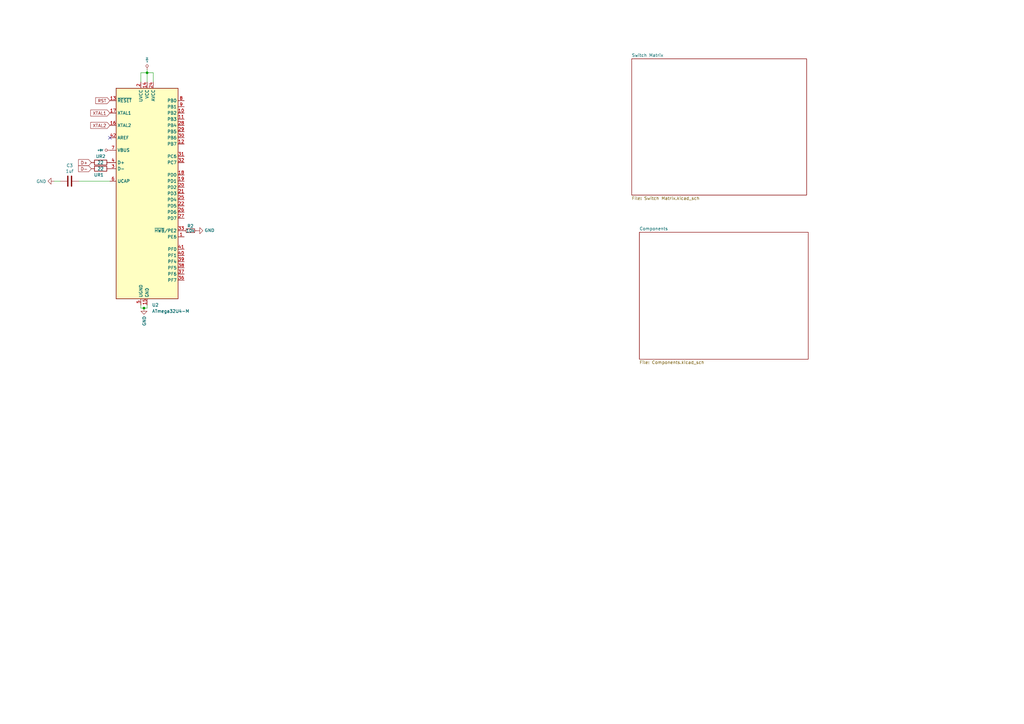
<source format=kicad_sch>
(kicad_sch (version 20211123) (generator eeschema)
  (paper "A3")
  (lib_symbols
    (symbol "MCU_Microchip_ATmega:ATmega32U4-M"
      (property "Reference" "U" (at -12.7 44.45 0))
      (property "Value" "ATmega32U4-M" (at 2.54 -44.45 0))
      (symbol "ATmega32U4-M_0_1"
        (rectangle (start -12.7 -43.18) (end 12.7 43.18) (stroke (width 0.254)) (fill (type background)))
      )
      (symbol "ATmega32U4-M_1_1"
        (pin bidirectional line (at 15.24 -17.78 180) (length 2.54) (name "PE6") (number "1"))
        (pin bidirectional line (at 15.24 33.02 180) (length 2.54) (name "PB2") (number "10"))
        (pin bidirectional line (at 15.24 30.48 180) (length 2.54) (name "PB3") (number "11"))
        (pin bidirectional line (at 15.24 20.32 180) (length 2.54) (name "PB7") (number "12"))
        (pin input line (at -15.24 38.1 0) (length 2.54) (name "~{RESET}") (number "13"))
        (pin power_in line (at 0 45.72 270) (length 2.54) (name "VCC") (number "14"))
        (pin power_in line (at 0 -45.72 90) (length 2.54) (name "GND") (number "15"))
        (pin output line (at -15.24 27.94 0) (length 2.54) (name "XTAL2") (number "16"))
        (pin input line (at -15.24 33.02 0) (length 2.54) (name "XTAL1") (number "17"))
        (pin bidirectional line (at 15.24 7.62 180) (length 2.54) (name "PD0") (number "18"))
        (pin bidirectional line (at 15.24 5.08 180) (length 2.54) (name "PD1") (number "19"))
        (pin power_in line (at -2.54 45.72 270) (length 2.54) (name "UVCC") (number "2"))
        (pin bidirectional line (at 15.24 2.54 180) (length 2.54) (name "PD2") (number "20"))
        (pin bidirectional line (at 15.24 0 180) (length 2.54) (name "PD3") (number "21"))
        (pin bidirectional line (at 15.24 -5.08 180) (length 2.54) (name "PD5") (number "22"))
        (pin passive line (at 0 -45.72 90) (length 2.54) hide (name "GND") (number "23"))
        (pin power_in line (at 2.54 45.72 270) (length 2.54) (name "AVCC") (number "24"))
        (pin bidirectional line (at 15.24 -2.54 180) (length 2.54) (name "PD4") (number "25"))
        (pin bidirectional line (at 15.24 -7.62 180) (length 2.54) (name "PD6") (number "26"))
        (pin bidirectional line (at 15.24 -10.16 180) (length 2.54) (name "PD7") (number "27"))
        (pin bidirectional line (at 15.24 27.94 180) (length 2.54) (name "PB4") (number "28"))
        (pin bidirectional line (at 15.24 25.4 180) (length 2.54) (name "PB5") (number "29"))
        (pin bidirectional line (at -15.24 10.16 0) (length 2.54) (name "D-") (number "3"))
        (pin bidirectional line (at 15.24 22.86 180) (length 2.54) (name "PB6") (number "30"))
        (pin bidirectional line (at 15.24 15.24 180) (length 2.54) (name "PC6") (number "31"))
        (pin bidirectional line (at 15.24 12.7 180) (length 2.54) (name "PC7") (number "32"))
        (pin bidirectional line (at 15.24 -15.24 180) (length 2.54) (name "~{HWB}/PE2") (number "33"))
        (pin passive line (at 0 45.72 270) (length 2.54) hide (name "VCC") (number "34"))
        (pin passive line (at 0 -45.72 90) (length 2.54) hide (name "GND") (number "35"))
        (pin bidirectional line (at 15.24 -35.56 180) (length 2.54) (name "PF7") (number "36"))
        (pin bidirectional line (at 15.24 -33.02 180) (length 2.54) (name "PF6") (number "37"))
        (pin bidirectional line (at 15.24 -30.48 180) (length 2.54) (name "PF5") (number "38"))
        (pin bidirectional line (at 15.24 -27.94 180) (length 2.54) (name "PF4") (number "39"))
        (pin bidirectional line (at -15.24 12.7 0) (length 2.54) (name "D+") (number "4"))
        (pin bidirectional line (at 15.24 -25.4 180) (length 2.54) (name "PF1") (number "40"))
        (pin bidirectional line (at 15.24 -22.86 180) (length 2.54) (name "PF0") (number "41"))
        (pin passive line (at -15.24 22.86 0) (length 2.54) (name "AREF") (number "42"))
        (pin passive line (at 0 -45.72 90) (length 2.54) hide (name "GND") (number "43"))
        (pin passive line (at 2.54 45.72 270) (length 2.54) hide (name "AVCC") (number "44"))
        (pin passive line (at 0 -45.72 90) (length 2.54) hide (name "GND") (number "45"))
        (pin passive line (at -2.54 -45.72 90) (length 2.54) (name "UGND") (number "5"))
        (pin passive line (at -15.24 5.08 0) (length 2.54) (name "UCAP") (number "6"))
        (pin input line (at -15.24 17.78 0) (length 2.54) (name "VBUS") (number "7"))
        (pin bidirectional line (at 15.24 38.1 180) (length 2.54) (name "PB0") (number "8"))
        (pin bidirectional line (at 15.24 35.56 180) (length 2.54) (name "PB1") (number "9"))
      )
    )
    (symbol "device:C" (pin_numbers hide) (pin_names (offset 0.254))
      (property "Reference" "C" (at 0.635 2.54 0))
      (property "Value" "device_C" (at 0.635 -2.54 0))
      (symbol "C_0_1"
        (polyline (pts (xy -2.032 -0.762) (xy 2.032 -0.762)) (stroke (width 0.508)))
        (polyline (pts (xy -2.032 0.762) (xy 2.032 0.762)) (stroke (width 0.508)))
      )
      (symbol "C_1_1"
        (pin passive line (at 0 3.81 270) (length 2.794) (name "~") (number "1"))
        (pin passive line (at 0 -3.81 90) (length 2.794) (name "~") (number "2"))
      )
    )
    (symbol "device:R" (pin_numbers hide) (pin_names (offset 0))
      (property "Reference" "R" (at 2.032 0 90))
      (property "Value" "device_R" (at 0 0 90))
      (symbol "R_0_1"
        (rectangle (start -1.016 -2.54) (end 1.016 2.54) (stroke (width 0.254)))
      )
      (symbol "R_1_1"
        (pin passive line (at 0 3.81 270) (length 1.27) (name "~") (number "1"))
        (pin passive line (at 0 -3.81 90) (length 1.27) (name "~") (number "2"))
      )
    )
    (symbol "device:R_Small" (pin_numbers hide) (pin_names (offset 0.254) hide)
      (property "Reference" "R" (at 0.762 0.508 0))
      (property "Value" "device_R_Small" (at 0.762 -1.016 0))
      (symbol "R_Small_0_1"
        (rectangle (start -0.762 1.778) (end 0.762 -1.778) (stroke (width 0.2032)))
      )
      (symbol "R_Small_1_1"
        (pin passive line (at 0 2.54 270) (length 0.762) (name "~") (number "1"))
        (pin passive line (at 0 -2.54 90) (length 0.762) (name "~") (number "2"))
      )
    )
    (symbol "keyboard_parts:+5V" (power) (pin_names (offset 0))
      (property "Value" "+5V" (at 0 2.794 0))
      (symbol "+5V_0_0"
        (pin power_in line (at 0 0 90) (length 0) hide (name "+5V") (number "1"))
      )
      (symbol "+5V_0_1"
        (polyline (pts (xy 0 0) (xy 0 1.016) (xy 0 1.016)))
        (circle (center 0 1.524) (radius 0.508))
      )
    )
    (symbol "power:GND" (power) (pin_names (offset 0))
      (property "Value" "power_GND" (at 0 -3.81 0))
      (symbol "GND_0_1"
        (polyline (pts (xy 0 0) (xy 0 -1.27) (xy 1.27 -1.27) (xy 0 -2.54) (xy -1.27 -1.27) (xy 0 -1.27)))
      )
      (symbol "GND_1_1"
        (pin power_in line (at 0 0 270) (length 0) hide (name "GND") (number "1"))
      )
    )
  )
  (junction (at 60.325 29.845))
  (junction (at 59.055 126.365))
  (no_connect (at 45.085 56.515))
  (wire (pts (xy 57.785 33.655) (xy 57.785 29.845)))
  (wire (pts (xy 32.385 74.295) (xy 45.085 74.295)))
  (wire (pts (xy 60.325 29.845) (xy 60.325 33.655)))
  (wire (pts (xy 62.865 29.845) (xy 60.325 29.845)))
  (wire (pts (xy 22.225 74.295) (xy 24.765 74.295)))
  (wire (pts (xy 60.325 28.575) (xy 60.325 29.845)))
  (wire (pts (xy 57.785 126.365) (xy 59.055 126.365)))
  (wire (pts (xy 62.865 33.655) (xy 62.865 29.845)))
  (wire (pts (xy 60.325 126.365) (xy 59.055 126.365)))
  (wire (pts (xy 57.785 125.095) (xy 57.785 126.365)))
  (wire (pts (xy 57.785 29.845) (xy 60.325 29.845)))
  (wire (pts (xy 60.325 125.095) (xy 60.325 126.365)))
  (global_label "D+" (shape input) (at 37.465 66.675 180) (property "Intersheet References" "${INTERSHEET_REFS}" (effects hide)))
  (global_label "XTAL1" (shape input) (at 45.085 46.355 180) (property "Intersheet References" "${INTERSHEET_REFS}" (effects hide)))
  (global_label "XTAL2" (shape input) (at 45.085 51.435 180) (property "Intersheet References" "${INTERSHEET_REFS}" (effects hide)))
  (global_label "RST" (shape input) (at 45.085 41.275 180) (property "Intersheet References" "${INTERSHEET_REFS}" (effects hide)))
  (global_label "D-" (shape input) (at 37.465 69.215 180) (property "Intersheet References" "${INTERSHEET_REFS}" (effects hide)))
  (symbol (lib_id "device:R") (at 41.275 69.215 90) (unit 1)
    (property "Reference" "UR2" (at 41.275 64.135 90))
    (property "Value" "22" (at 41.275 69.215 90))
    (property "Footprint" "Resistor_SMD:R_0805_2012Metric" (effects hide))
  )
  (symbol (lib_id "keyboard_parts:+5V") (at 45.085 61.595 90) (unit 1)
    (property "Reference" "#PWR0116" (effects hide))
    (property "Value" "+5V" (at 42.3418 61.595 90) (effects (font (size 0.762 0.762)) (justify left)))
  )
  (symbol (lib_id "device:R") (at 41.275 66.675 90) (unit 1)
    (property "Reference" "UR1" (at 42.545 71.755 90) (effects (justify left)))
    (property "Value" "22" (at 42.545 66.675 90) (effects (justify left)))
    (property "Footprint" "Resistor_SMD:R_0805_2012Metric" (effects hide))
  )
  (symbol (lib_id "device:C") (at 28.575 74.295 270) (unit 1)
    (property "Reference" "C3" (at 28.575 67.8942 90))
    (property "Value" "1uf" (at 28.575 70.2056 90))
    (property "Footprint" "Capacitor_SMD:C_0805_2012Metric" (effects hide))
  )
  (symbol (lib_id "device:R_Small") (at 78.105 94.615 270) (unit 1)
    (property "Reference" "R2" (at 78.105 92.71 90))
    (property "Value" "10k" (at 78.105 94.615 90))
    (property "Footprint" "Resistor_SMD:R_0805_2012Metric" (effects hide))
  )
  (symbol (lib_id "power:GND") (at 80.645 94.615 90) (unit 1)
    (property "Reference" "#PWR0115" (effects hide))
    (property "Value" "GND" (at 83.8962 94.488 90) (effects (justify right)))
  )
  (symbol (lib_id "keyboard_parts:+5V") (at 60.325 28.575 0) (unit 1)
    (property "Reference" "#PWR0114" (effects hide))
    (property "Value" "+5V" (at 60.325 25.8318 90) (effects (font (size 0.762 0.762)) (justify left)))
  )
  (symbol (lib_id "power:GND") (at 59.055 126.365 0) (unit 1)
    (property "Reference" "#PWR0117" (effects hide))
    (property "Value" "GND" (at 59.182 129.6162 90) (effects (justify right)))
  )
  (symbol (lib_id "power:GND") (at 22.225 74.295 270) (unit 1)
    (property "Reference" "#PWR0112" (effects hide))
    (property "Value" "GND" (at 18.9738 74.422 90) (effects (justify right)))
  )
  (symbol (lib_id "MCU_Microchip_ATmega:ATmega32U4-M") (at 60.325 79.375 0) (unit 1)
    (property "Reference" "U2" (at 62.3444 125.095 0) (effects (justify left)))
    (property "Value" "ATmega32U4-M" (at 62.3444 127.635 0) (effects (justify left)))
    (property "Footprint" "Package_DFN_QFN:QFN-44-1EP_7x7mm_P0.5mm_EP5.2x5.2mm_ThermalVias" (effects hide))
    (property "Datasheet" "http://ww1.microchip.com/downloads/en/DeviceDoc/Atmel-7766-8-bit-AVR-ATmega16U4-32U4_Datasheet.pdf" (effects hide))
  )
  (sheet (at 259.08 24.13) (size 71.755 55.88) (stroke (width 0.1524))
    (property "Sheet name" "Switch Matrix" (at 259.08 23.4184 0) (effects (justify left bottom)))
    (property "Sheet file" "Switch Matrix.kicad_sch" (at 259.08 80.5946 0) (effects (justify left top)))
  )
  (sheet (at 262.255 95.25) (size 69.215 52.07) (stroke (width 0.1524))
    (property "Sheet name" "Components" (at 262.255 94.5384 0) (effects (justify left bottom)))
    (property "Sheet file" "Components.kicad_sch" (at 262.255 147.9046 0) (effects (justify left top)))
  )
)
</source>
